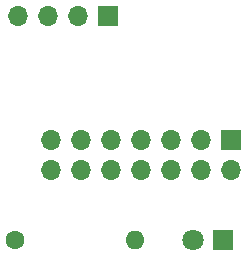
<source format=gbr>
%TF.GenerationSoftware,KiCad,Pcbnew,8.0.3*%
%TF.CreationDate,2024-11-25T08:52:28-03:00*%
%TF.ProjectId,v2pcb_embarcados,76327063-625f-4656-9d62-61726361646f,rev?*%
%TF.SameCoordinates,Original*%
%TF.FileFunction,Soldermask,Top*%
%TF.FilePolarity,Negative*%
%FSLAX46Y46*%
G04 Gerber Fmt 4.6, Leading zero omitted, Abs format (unit mm)*
G04 Created by KiCad (PCBNEW 8.0.3) date 2024-11-25 08:52:28*
%MOMM*%
%LPD*%
G01*
G04 APERTURE LIST*
%ADD10C,1.600000*%
%ADD11O,1.600000X1.600000*%
%ADD12R,1.700000X1.700000*%
%ADD13O,1.700000X1.700000*%
%ADD14R,1.800000X1.800000*%
%ADD15C,1.800000*%
G04 APERTURE END LIST*
D10*
%TO.C,R1*%
X80920000Y-116500000D03*
D11*
X91080000Y-116500000D03*
%TD*%
D12*
%TO.C,J1*%
X88800000Y-97525000D03*
D13*
X86260000Y-97525000D03*
X83720000Y-97525000D03*
X81180000Y-97525000D03*
%TD*%
D12*
%TO.C,J2*%
X99160000Y-108000000D03*
D13*
X99160000Y-110540000D03*
X96620000Y-108000000D03*
X96620000Y-110540000D03*
X94080000Y-108000000D03*
X94080000Y-110540000D03*
X91540000Y-108000000D03*
X91540000Y-110540000D03*
X89000000Y-108000000D03*
X89000000Y-110540000D03*
X86460000Y-108000000D03*
X86460000Y-110540000D03*
X83920000Y-108000000D03*
X83920000Y-110540000D03*
%TD*%
D14*
%TO.C,D1*%
X98540000Y-116500000D03*
D15*
X96000000Y-116500000D03*
%TD*%
M02*

</source>
